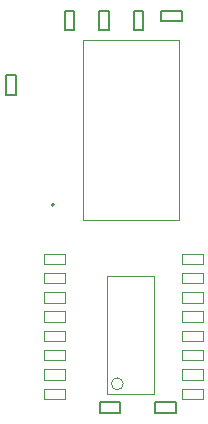
<source format=gbr>
G04*
G04 #@! TF.GenerationSoftware,Altium Limited,Altium Designer,24.9.1 (31)*
G04*
G04 Layer_Color=32768*
%FSLAX25Y25*%
%MOIN*%
G70*
G04*
G04 #@! TF.SameCoordinates,0464F855-7F2B-49EB-A455-A8C15B23BB70*
G04*
G04*
G04 #@! TF.FilePolarity,Positive*
G04*
G01*
G75*
%ADD10C,0.00787*%
%ADD11C,0.00394*%
%ADD13C,0.00500*%
D10*
X116811Y173500D02*
G03*
X116811Y173500I-394J0D01*
G01*
X150654Y107772D02*
X157346D01*
X150654Y104228D02*
Y107772D01*
Y104228D02*
X157346D01*
Y107772D01*
X132154D02*
X138846D01*
X132154Y104228D02*
Y107772D01*
Y104228D02*
X138846D01*
Y107772D01*
X120425Y231850D02*
X123575D01*
X120425D02*
Y238150D01*
X123575D01*
Y231850D02*
Y238150D01*
X143425Y231850D02*
X146575D01*
X143425D02*
Y238150D01*
X146575D01*
Y231850D02*
Y238150D01*
X131925Y231850D02*
X135075D01*
X131925D02*
Y238150D01*
X135075D01*
Y231850D02*
Y238150D01*
D11*
X139890Y113858D02*
G03*
X139890Y113858I-1969J0D01*
G01*
X159654Y108728D02*
X166346D01*
X159654Y112272D02*
X166346D01*
X159654Y108728D02*
Y112272D01*
X166346Y108728D02*
Y112272D01*
X159654Y115228D02*
X166346D01*
X159654Y118772D02*
X166346D01*
X159654Y115228D02*
Y118772D01*
X166346Y115228D02*
Y118772D01*
X159654Y121645D02*
X166346D01*
X159654Y125188D02*
X166346D01*
X159654Y121645D02*
Y125188D01*
X166346Y121645D02*
Y125188D01*
X159654Y128062D02*
X166346D01*
X159654Y131605D02*
X166346D01*
X159654Y128062D02*
Y131605D01*
X166346Y128062D02*
Y131605D01*
X159654Y134478D02*
X166346D01*
X159654Y138022D02*
X166346D01*
X159654Y134478D02*
Y138022D01*
X166346Y134478D02*
Y138022D01*
X159654Y140895D02*
X166346D01*
X159654Y144438D02*
X166346D01*
X159654Y140895D02*
Y144438D01*
X166346Y140895D02*
Y144438D01*
X159654Y147312D02*
X166346D01*
X159654Y150855D02*
X166346D01*
X159654Y147312D02*
Y150855D01*
X166346Y147312D02*
Y150855D01*
X159654Y153728D02*
X166346D01*
X159654Y157272D02*
X166346D01*
X159654Y153728D02*
Y157272D01*
X166346Y153728D02*
Y157272D01*
X134378Y149685D02*
X150126D01*
X134378Y110315D02*
X150126D01*
Y149685D01*
X134378Y110315D02*
Y149685D01*
X126496Y168500D02*
Y228500D01*
X158504D01*
Y168500D02*
Y228500D01*
X126496Y168500D02*
X158504D01*
X113654Y153728D02*
Y157272D01*
X120346Y153728D02*
Y157272D01*
X113654Y153728D02*
X120346D01*
X113654Y157272D02*
X120346D01*
X113654Y147312D02*
Y150855D01*
X120346Y147312D02*
Y150855D01*
X113654Y147312D02*
X120346D01*
X113654Y150855D02*
X120346D01*
X113654Y140895D02*
Y144438D01*
X120346Y140895D02*
Y144438D01*
X113654Y140895D02*
X120346D01*
X113654Y144438D02*
X120346D01*
X113654Y134478D02*
Y138022D01*
X120346Y134478D02*
Y138022D01*
X113654Y134478D02*
X120346D01*
X113654Y138022D02*
X120346D01*
X113654Y128062D02*
Y131605D01*
X120346Y128062D02*
Y131605D01*
X113654Y128062D02*
X120346D01*
X113654Y131605D02*
X120346D01*
X113654Y115228D02*
Y118772D01*
X120346Y115228D02*
Y118772D01*
X113654Y115228D02*
X120346D01*
X113654Y118772D02*
X120346D01*
X113654Y108728D02*
Y112272D01*
X120346Y108728D02*
Y112272D01*
X113654Y108728D02*
X120346D01*
X113654Y112272D02*
X120346D01*
X113654Y121645D02*
Y125188D01*
X120346Y121645D02*
Y125188D01*
X113654Y121645D02*
X120346D01*
X113654Y125188D02*
X120346D01*
D13*
X100728Y210154D02*
X104272D01*
X100728Y216846D02*
X104272D01*
Y210154D02*
Y216846D01*
X100728Y210154D02*
Y216846D01*
X159346Y234728D02*
Y238272D01*
X152654Y234728D02*
Y238272D01*
X159346D01*
X152654Y234728D02*
X159346D01*
M02*

</source>
